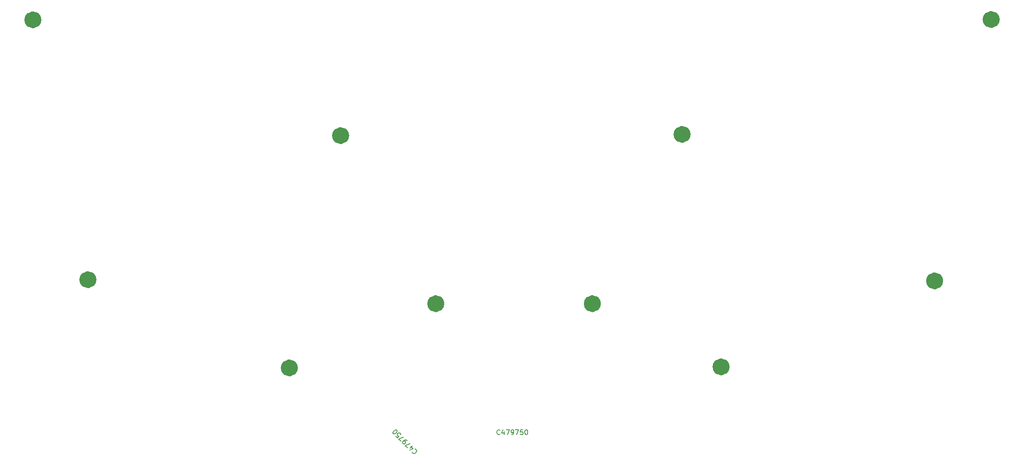
<source format=gbr>
%TF.GenerationSoftware,KiCad,Pcbnew,(6.0.4)*%
%TF.CreationDate,2022-12-18T06:26:39+01:00*%
%TF.ProjectId,BatreeqV2,42617472-6565-4715-9632-2e6b69636164,rev?*%
%TF.SameCoordinates,Original*%
%TF.FileFunction,Other,Comment*%
%FSLAX46Y46*%
G04 Gerber Fmt 4.6, Leading zero omitted, Abs format (unit mm)*
G04 Created by KiCad (PCBNEW (6.0.4)) date 2022-12-18 06:26:39*
%MOMM*%
%LPD*%
G01*
G04 APERTURE LIST*
%ADD10C,0.150000*%
%ADD11C,1.750000*%
G04 APERTURE END LIST*
D10*
%TO.C,J2*%
X147689944Y-125268704D02*
X147642325Y-125316323D01*
X147499468Y-125363942D01*
X147404230Y-125363942D01*
X147261373Y-125316323D01*
X147166135Y-125221085D01*
X147118516Y-125125847D01*
X147070897Y-124935371D01*
X147070897Y-124792514D01*
X147118516Y-124602038D01*
X147166135Y-124506800D01*
X147261373Y-124411562D01*
X147404230Y-124363942D01*
X147499468Y-124363942D01*
X147642325Y-124411562D01*
X147689944Y-124459181D01*
X148547087Y-124697276D02*
X148547087Y-125363942D01*
X148308992Y-124316323D02*
X148070897Y-125030609D01*
X148689944Y-125030609D01*
X148975659Y-124363942D02*
X149642325Y-124363942D01*
X149213754Y-125363942D01*
X150070897Y-125363942D02*
X150261373Y-125363942D01*
X150356611Y-125316323D01*
X150404230Y-125268704D01*
X150499468Y-125125847D01*
X150547087Y-124935371D01*
X150547087Y-124554419D01*
X150499468Y-124459181D01*
X150451849Y-124411562D01*
X150356611Y-124363942D01*
X150166135Y-124363942D01*
X150070897Y-124411562D01*
X150023278Y-124459181D01*
X149975659Y-124554419D01*
X149975659Y-124792514D01*
X150023278Y-124887752D01*
X150070897Y-124935371D01*
X150166135Y-124982990D01*
X150356611Y-124982990D01*
X150451849Y-124935371D01*
X150499468Y-124887752D01*
X150547087Y-124792514D01*
X150880421Y-124363942D02*
X151547087Y-124363942D01*
X151118516Y-125363942D01*
X152404230Y-124363942D02*
X151928040Y-124363942D01*
X151880421Y-124840133D01*
X151928040Y-124792514D01*
X152023278Y-124744895D01*
X152261373Y-124744895D01*
X152356611Y-124792514D01*
X152404230Y-124840133D01*
X152451849Y-124935371D01*
X152451849Y-125173466D01*
X152404230Y-125268704D01*
X152356611Y-125316323D01*
X152261373Y-125363942D01*
X152023278Y-125363942D01*
X151928040Y-125316323D01*
X151880421Y-125268704D01*
X153070897Y-124363942D02*
X153166135Y-124363942D01*
X153261373Y-124411562D01*
X153308992Y-124459181D01*
X153356611Y-124554419D01*
X153404230Y-124744895D01*
X153404230Y-124982990D01*
X153356611Y-125173466D01*
X153308992Y-125268704D01*
X153261373Y-125316323D01*
X153166135Y-125363942D01*
X153070897Y-125363942D01*
X152975659Y-125316323D01*
X152928040Y-125268704D01*
X152880421Y-125173466D01*
X152832802Y-124982990D01*
X152832802Y-124744895D01*
X152880421Y-124554419D01*
X152928040Y-124459181D01*
X152975659Y-124411562D01*
X153070897Y-124363942D01*
X147689944Y-125264704D02*
X147642325Y-125312323D01*
X147499468Y-125359942D01*
X147404230Y-125359942D01*
X147261373Y-125312323D01*
X147166135Y-125217085D01*
X147118516Y-125121847D01*
X147070897Y-124931371D01*
X147070897Y-124788514D01*
X147118516Y-124598038D01*
X147166135Y-124502800D01*
X147261373Y-124407562D01*
X147404230Y-124359942D01*
X147499468Y-124359942D01*
X147642325Y-124407562D01*
X147689944Y-124455181D01*
X148547087Y-124693276D02*
X148547087Y-125359942D01*
X148308992Y-124312323D02*
X148070897Y-125026609D01*
X148689944Y-125026609D01*
X148975659Y-124359942D02*
X149642325Y-124359942D01*
X149213754Y-125359942D01*
X150070897Y-125359942D02*
X150261373Y-125359942D01*
X150356611Y-125312323D01*
X150404230Y-125264704D01*
X150499468Y-125121847D01*
X150547087Y-124931371D01*
X150547087Y-124550419D01*
X150499468Y-124455181D01*
X150451849Y-124407562D01*
X150356611Y-124359942D01*
X150166135Y-124359942D01*
X150070897Y-124407562D01*
X150023278Y-124455181D01*
X149975659Y-124550419D01*
X149975659Y-124788514D01*
X150023278Y-124883752D01*
X150070897Y-124931371D01*
X150166135Y-124978990D01*
X150356611Y-124978990D01*
X150451849Y-124931371D01*
X150499468Y-124883752D01*
X150547087Y-124788514D01*
X150880421Y-124359942D02*
X151547087Y-124359942D01*
X151118516Y-125359942D01*
X152404230Y-124359942D02*
X151928040Y-124359942D01*
X151880421Y-124836133D01*
X151928040Y-124788514D01*
X152023278Y-124740895D01*
X152261373Y-124740895D01*
X152356611Y-124788514D01*
X152404230Y-124836133D01*
X152451849Y-124931371D01*
X152451849Y-125169466D01*
X152404230Y-125264704D01*
X152356611Y-125312323D01*
X152261373Y-125359942D01*
X152023278Y-125359942D01*
X151928040Y-125312323D01*
X151880421Y-125264704D01*
X153070897Y-124359942D02*
X153166135Y-124359942D01*
X153261373Y-124407562D01*
X153308992Y-124455181D01*
X153356611Y-124550419D01*
X153404230Y-124740895D01*
X153404230Y-124978990D01*
X153356611Y-125169466D01*
X153308992Y-125264704D01*
X153261373Y-125312323D01*
X153166135Y-125359942D01*
X153070897Y-125359942D01*
X152975659Y-125312323D01*
X152928040Y-125264704D01*
X152880421Y-125169466D01*
X152832802Y-124978990D01*
X152832802Y-124740895D01*
X152880421Y-124550419D01*
X152928040Y-124455181D01*
X152975659Y-124407562D01*
X153070897Y-124359942D01*
%TO.C,J1*%
X130196365Y-128353635D02*
X130263709Y-128353635D01*
X130398396Y-128420979D01*
X130465739Y-128488322D01*
X130533083Y-128623009D01*
X130533083Y-128757696D01*
X130499411Y-128858711D01*
X130398396Y-129027070D01*
X130297381Y-129128085D01*
X130129022Y-129229101D01*
X130028007Y-129262772D01*
X129893320Y-129262772D01*
X129758633Y-129195429D01*
X129691289Y-129128085D01*
X129623946Y-128993398D01*
X129623946Y-128926055D01*
X129186213Y-128151605D02*
X129657617Y-127680200D01*
X129085198Y-128589337D02*
X129758633Y-128252620D01*
X129320900Y-127814887D01*
X128647465Y-128084261D02*
X128176060Y-127612857D01*
X129186213Y-127208796D01*
X128580121Y-126602704D02*
X128445434Y-126468017D01*
X128344419Y-126434345D01*
X128277076Y-126434345D01*
X128108717Y-126468017D01*
X127940358Y-126569032D01*
X127670984Y-126838406D01*
X127637312Y-126939422D01*
X127637312Y-127006765D01*
X127670984Y-127107780D01*
X127805671Y-127242467D01*
X127906686Y-127276139D01*
X127974030Y-127276139D01*
X128075045Y-127242467D01*
X128243404Y-127074109D01*
X128277076Y-126973093D01*
X128277076Y-126905750D01*
X128243404Y-126804735D01*
X128108717Y-126670047D01*
X128007701Y-126636376D01*
X127940358Y-126636376D01*
X127839343Y-126670047D01*
X127300595Y-126737391D02*
X126829190Y-126265986D01*
X127839343Y-125861925D01*
X126223099Y-125659895D02*
X126559816Y-125996612D01*
X126930205Y-125693567D01*
X126862862Y-125693567D01*
X126761847Y-125659895D01*
X126593488Y-125491536D01*
X126559816Y-125390521D01*
X126559816Y-125323177D01*
X126593488Y-125222162D01*
X126761847Y-125053803D01*
X126862862Y-125020132D01*
X126930205Y-125020132D01*
X127031221Y-125053803D01*
X127199579Y-125222162D01*
X127233251Y-125323177D01*
X127233251Y-125390521D01*
X125751694Y-125188490D02*
X125684351Y-125121147D01*
X125650679Y-125020132D01*
X125650679Y-124952788D01*
X125684351Y-124851773D01*
X125785366Y-124683414D01*
X125953725Y-124515055D01*
X126122083Y-124414040D01*
X126223099Y-124380368D01*
X126290442Y-124380368D01*
X126391457Y-124414040D01*
X126458801Y-124481384D01*
X126492473Y-124582399D01*
X126492473Y-124649742D01*
X126458801Y-124750758D01*
X126357786Y-124919116D01*
X126189427Y-125087475D01*
X126021068Y-125188490D01*
X125920053Y-125222162D01*
X125852709Y-125222162D01*
X125751694Y-125188490D01*
X130193537Y-128356463D02*
X130260881Y-128356463D01*
X130395568Y-128423807D01*
X130462911Y-128491150D01*
X130530255Y-128625837D01*
X130530255Y-128760524D01*
X130496583Y-128861539D01*
X130395568Y-129029898D01*
X130294553Y-129130913D01*
X130126194Y-129231929D01*
X130025179Y-129265600D01*
X129890492Y-129265600D01*
X129755805Y-129198257D01*
X129688461Y-129130913D01*
X129621118Y-128996226D01*
X129621118Y-128928883D01*
X129183385Y-128154433D02*
X129654789Y-127683028D01*
X129082370Y-128592165D02*
X129755805Y-128255448D01*
X129318072Y-127817715D01*
X128644637Y-128087089D02*
X128173232Y-127615685D01*
X129183385Y-127211624D01*
X128577293Y-126605532D02*
X128442606Y-126470845D01*
X128341591Y-126437173D01*
X128274248Y-126437173D01*
X128105889Y-126470845D01*
X127937530Y-126571860D01*
X127668156Y-126841234D01*
X127634484Y-126942250D01*
X127634484Y-127009593D01*
X127668156Y-127110608D01*
X127802843Y-127245295D01*
X127903858Y-127278967D01*
X127971202Y-127278967D01*
X128072217Y-127245295D01*
X128240576Y-127076937D01*
X128274248Y-126975921D01*
X128274248Y-126908578D01*
X128240576Y-126807563D01*
X128105889Y-126672875D01*
X128004873Y-126639204D01*
X127937530Y-126639204D01*
X127836515Y-126672875D01*
X127297767Y-126740219D02*
X126826362Y-126268814D01*
X127836515Y-125864753D01*
X126220271Y-125662723D02*
X126556988Y-125999440D01*
X126927377Y-125696395D01*
X126860034Y-125696395D01*
X126759019Y-125662723D01*
X126590660Y-125494364D01*
X126556988Y-125393349D01*
X126556988Y-125326005D01*
X126590660Y-125224990D01*
X126759019Y-125056631D01*
X126860034Y-125022960D01*
X126927377Y-125022960D01*
X127028393Y-125056631D01*
X127196751Y-125224990D01*
X127230423Y-125326005D01*
X127230423Y-125393349D01*
X125748866Y-125191318D02*
X125681523Y-125123975D01*
X125647851Y-125022960D01*
X125647851Y-124955616D01*
X125681523Y-124854601D01*
X125782538Y-124686242D01*
X125950897Y-124517883D01*
X126119255Y-124416868D01*
X126220271Y-124383196D01*
X126287614Y-124383196D01*
X126388629Y-124416868D01*
X126455973Y-124484212D01*
X126489645Y-124585227D01*
X126489645Y-124652570D01*
X126455973Y-124753586D01*
X126354958Y-124921944D01*
X126186599Y-125090303D01*
X126018240Y-125191318D01*
X125917225Y-125224990D01*
X125849881Y-125224990D01*
X125748866Y-125191318D01*
%TO.C,H10*%
D11*
X167609908Y-98343640D02*
G75*
G03*
X167609908Y-98343640I-875000J0D01*
G01*
%TO.C,H8*%
X249783639Y-39721893D02*
G75*
G03*
X249783639Y-39721893I-875000J0D01*
G01*
%TO.C,H9*%
X135351906Y-98343643D02*
G75*
G03*
X135351906Y-98343643I-875000J0D01*
G01*
%TO.C,H3*%
X194136458Y-111385632D02*
G75*
G03*
X194136458Y-111385632I-875000J0D01*
G01*
%TO.C,H6*%
X115739907Y-63673641D02*
G75*
G03*
X115739907Y-63673641I-875000J0D01*
G01*
%TO.C,H2*%
X105172587Y-111597682D02*
G75*
G03*
X105172587Y-111597682I-875000J0D01*
G01*
%TO.C,H1*%
X63669908Y-93391642D02*
G75*
G03*
X63669908Y-93391642I-875000J0D01*
G01*
%TO.C,H7*%
X186097906Y-63419643D02*
G75*
G03*
X186097906Y-63419643I-875000J0D01*
G01*
%TO.C,H5*%
X52333230Y-39784918D02*
G75*
G03*
X52333230Y-39784918I-875000J0D01*
G01*
%TO.C,H4*%
X238128561Y-93645639D02*
G75*
G03*
X238128561Y-93645639I-875000J0D01*
G01*
%TD*%
M02*

</source>
